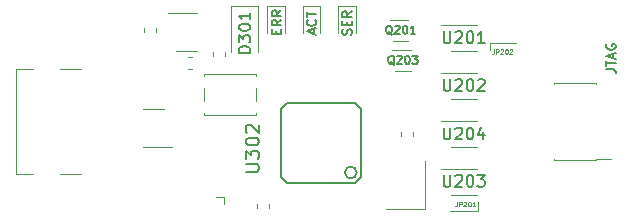
<source format=gbr>
%TF.GenerationSoftware,KiCad,Pcbnew,(6.0.7)*%
%TF.CreationDate,2022-09-06T17:23:02+02:00*%
%TF.ProjectId,bmp22,626d7032-322e-46b6-9963-61645f706362,rev?*%
%TF.SameCoordinates,Original*%
%TF.FileFunction,Legend,Top*%
%TF.FilePolarity,Positive*%
%FSLAX46Y46*%
G04 Gerber Fmt 4.6, Leading zero omitted, Abs format (unit mm)*
G04 Created by KiCad (PCBNEW (6.0.7)) date 2022-09-06 17:23:02*
%MOMM*%
%LPD*%
G01*
G04 APERTURE LIST*
%ADD10C,0.120000*%
%ADD11C,0.150000*%
%ADD12C,0.127000*%
%ADD13C,0.075000*%
%ADD14C,0.100000*%
%ADD15C,0.152400*%
G04 APERTURE END LIST*
D10*
X155400000Y-137600000D02*
X155400000Y-137600000D01*
X158800000Y-123400000D02*
X158800000Y-124000000D01*
X157800000Y-137600000D02*
X155400000Y-137600000D01*
X157800000Y-137600000D02*
X157800000Y-136800000D01*
X161000000Y-123400000D02*
X158800000Y-123400000D01*
D11*
X168662404Y-125583833D02*
X169233833Y-125583833D01*
X169348119Y-125621928D01*
X169424309Y-125698119D01*
X169462404Y-125812404D01*
X169462404Y-125888595D01*
X168662404Y-125317166D02*
X168662404Y-124860023D01*
X169462404Y-125088595D02*
X168662404Y-125088595D01*
X169233833Y-124631452D02*
X169233833Y-124250500D01*
X169462404Y-124707642D02*
X168662404Y-124440976D01*
X169462404Y-124174309D01*
X168700500Y-123488595D02*
X168662404Y-123564785D01*
X168662404Y-123679071D01*
X168700500Y-123793357D01*
X168776690Y-123869547D01*
X168852880Y-123907642D01*
X169005261Y-123945738D01*
X169119547Y-123945738D01*
X169271928Y-123907642D01*
X169348119Y-123869547D01*
X169424309Y-123793357D01*
X169462404Y-123679071D01*
X169462404Y-123602880D01*
X169424309Y-123488595D01*
X169386214Y-123450500D01*
X169119547Y-123450500D01*
X169119547Y-123602880D01*
D12*
%TO.C,U302*%
X138121571Y-134265307D02*
X139046857Y-134265307D01*
X139155714Y-134210878D01*
X139210142Y-134156450D01*
X139264571Y-134047592D01*
X139264571Y-133829878D01*
X139210142Y-133721021D01*
X139155714Y-133666592D01*
X139046857Y-133612164D01*
X138121571Y-133612164D01*
X138121571Y-133176735D02*
X138121571Y-132469164D01*
X138557000Y-132850164D01*
X138557000Y-132686878D01*
X138611428Y-132578021D01*
X138665857Y-132523592D01*
X138774714Y-132469164D01*
X139046857Y-132469164D01*
X139155714Y-132523592D01*
X139210142Y-132578021D01*
X139264571Y-132686878D01*
X139264571Y-133013450D01*
X139210142Y-133122307D01*
X139155714Y-133176735D01*
X138121571Y-131761592D02*
X138121571Y-131652735D01*
X138176000Y-131543878D01*
X138230428Y-131489450D01*
X138339285Y-131435021D01*
X138557000Y-131380592D01*
X138829142Y-131380592D01*
X139046857Y-131435021D01*
X139155714Y-131489450D01*
X139210142Y-131543878D01*
X139264571Y-131652735D01*
X139264571Y-131761592D01*
X139210142Y-131870450D01*
X139155714Y-131924878D01*
X139046857Y-131979307D01*
X138829142Y-132033735D01*
X138557000Y-132033735D01*
X138339285Y-131979307D01*
X138230428Y-131924878D01*
X138176000Y-131870450D01*
X138121571Y-131761592D01*
X138230428Y-130945164D02*
X138176000Y-130890735D01*
X138121571Y-130781878D01*
X138121571Y-130509735D01*
X138176000Y-130400878D01*
X138230428Y-130346450D01*
X138339285Y-130292021D01*
X138448142Y-130292021D01*
X138611428Y-130346450D01*
X139264571Y-130999592D01*
X139264571Y-130292021D01*
D11*
%TO.C,U204*%
X154876714Y-130527380D02*
X154876714Y-131336904D01*
X154924333Y-131432142D01*
X154971952Y-131479761D01*
X155067190Y-131527380D01*
X155257666Y-131527380D01*
X155352904Y-131479761D01*
X155400523Y-131432142D01*
X155448142Y-131336904D01*
X155448142Y-130527380D01*
X155876714Y-130622619D02*
X155924333Y-130575000D01*
X156019571Y-130527380D01*
X156257666Y-130527380D01*
X156352904Y-130575000D01*
X156400523Y-130622619D01*
X156448142Y-130717857D01*
X156448142Y-130813095D01*
X156400523Y-130955952D01*
X155829095Y-131527380D01*
X156448142Y-131527380D01*
X157067190Y-130527380D02*
X157162428Y-130527380D01*
X157257666Y-130575000D01*
X157305285Y-130622619D01*
X157352904Y-130717857D01*
X157400523Y-130908333D01*
X157400523Y-131146428D01*
X157352904Y-131336904D01*
X157305285Y-131432142D01*
X157257666Y-131479761D01*
X157162428Y-131527380D01*
X157067190Y-131527380D01*
X156971952Y-131479761D01*
X156924333Y-131432142D01*
X156876714Y-131336904D01*
X156829095Y-131146428D01*
X156829095Y-130908333D01*
X156876714Y-130717857D01*
X156924333Y-130622619D01*
X156971952Y-130575000D01*
X157067190Y-130527380D01*
X158257666Y-130860714D02*
X158257666Y-131527380D01*
X158019571Y-130479761D02*
X157781476Y-131194047D01*
X158400523Y-131194047D01*
%TO.C,U203*%
X154885714Y-134527380D02*
X154885714Y-135336904D01*
X154933333Y-135432142D01*
X154980952Y-135479761D01*
X155076190Y-135527380D01*
X155266666Y-135527380D01*
X155361904Y-135479761D01*
X155409523Y-135432142D01*
X155457142Y-135336904D01*
X155457142Y-134527380D01*
X155885714Y-134622619D02*
X155933333Y-134575000D01*
X156028571Y-134527380D01*
X156266666Y-134527380D01*
X156361904Y-134575000D01*
X156409523Y-134622619D01*
X156457142Y-134717857D01*
X156457142Y-134813095D01*
X156409523Y-134955952D01*
X155838095Y-135527380D01*
X156457142Y-135527380D01*
X157076190Y-134527380D02*
X157171428Y-134527380D01*
X157266666Y-134575000D01*
X157314285Y-134622619D01*
X157361904Y-134717857D01*
X157409523Y-134908333D01*
X157409523Y-135146428D01*
X157361904Y-135336904D01*
X157314285Y-135432142D01*
X157266666Y-135479761D01*
X157171428Y-135527380D01*
X157076190Y-135527380D01*
X156980952Y-135479761D01*
X156933333Y-135432142D01*
X156885714Y-135336904D01*
X156838095Y-135146428D01*
X156838095Y-134908333D01*
X156885714Y-134717857D01*
X156933333Y-134622619D01*
X156980952Y-134575000D01*
X157076190Y-134527380D01*
X157742857Y-134527380D02*
X158361904Y-134527380D01*
X158028571Y-134908333D01*
X158171428Y-134908333D01*
X158266666Y-134955952D01*
X158314285Y-135003571D01*
X158361904Y-135098809D01*
X158361904Y-135336904D01*
X158314285Y-135432142D01*
X158266666Y-135479761D01*
X158171428Y-135527380D01*
X157885714Y-135527380D01*
X157790476Y-135479761D01*
X157742857Y-135432142D01*
%TO.C,U202*%
X154885714Y-126427380D02*
X154885714Y-127236904D01*
X154933333Y-127332142D01*
X154980952Y-127379761D01*
X155076190Y-127427380D01*
X155266666Y-127427380D01*
X155361904Y-127379761D01*
X155409523Y-127332142D01*
X155457142Y-127236904D01*
X155457142Y-126427380D01*
X155885714Y-126522619D02*
X155933333Y-126475000D01*
X156028571Y-126427380D01*
X156266666Y-126427380D01*
X156361904Y-126475000D01*
X156409523Y-126522619D01*
X156457142Y-126617857D01*
X156457142Y-126713095D01*
X156409523Y-126855952D01*
X155838095Y-127427380D01*
X156457142Y-127427380D01*
X157076190Y-126427380D02*
X157171428Y-126427380D01*
X157266666Y-126475000D01*
X157314285Y-126522619D01*
X157361904Y-126617857D01*
X157409523Y-126808333D01*
X157409523Y-127046428D01*
X157361904Y-127236904D01*
X157314285Y-127332142D01*
X157266666Y-127379761D01*
X157171428Y-127427380D01*
X157076190Y-127427380D01*
X156980952Y-127379761D01*
X156933333Y-127332142D01*
X156885714Y-127236904D01*
X156838095Y-127046428D01*
X156838095Y-126808333D01*
X156885714Y-126617857D01*
X156933333Y-126522619D01*
X156980952Y-126475000D01*
X157076190Y-126427380D01*
X157790476Y-126522619D02*
X157838095Y-126475000D01*
X157933333Y-126427380D01*
X158171428Y-126427380D01*
X158266666Y-126475000D01*
X158314285Y-126522619D01*
X158361904Y-126617857D01*
X158361904Y-126713095D01*
X158314285Y-126855952D01*
X157742857Y-127427380D01*
X158361904Y-127427380D01*
%TO.C,U201*%
X154876714Y-122377380D02*
X154876714Y-123186904D01*
X154924333Y-123282142D01*
X154971952Y-123329761D01*
X155067190Y-123377380D01*
X155257666Y-123377380D01*
X155352904Y-123329761D01*
X155400523Y-123282142D01*
X155448142Y-123186904D01*
X155448142Y-122377380D01*
X155876714Y-122472619D02*
X155924333Y-122425000D01*
X156019571Y-122377380D01*
X156257666Y-122377380D01*
X156352904Y-122425000D01*
X156400523Y-122472619D01*
X156448142Y-122567857D01*
X156448142Y-122663095D01*
X156400523Y-122805952D01*
X155829095Y-123377380D01*
X156448142Y-123377380D01*
X157067190Y-122377380D02*
X157162428Y-122377380D01*
X157257666Y-122425000D01*
X157305285Y-122472619D01*
X157352904Y-122567857D01*
X157400523Y-122758333D01*
X157400523Y-122996428D01*
X157352904Y-123186904D01*
X157305285Y-123282142D01*
X157257666Y-123329761D01*
X157162428Y-123377380D01*
X157067190Y-123377380D01*
X156971952Y-123329761D01*
X156924333Y-123282142D01*
X156876714Y-123186904D01*
X156829095Y-122996428D01*
X156829095Y-122758333D01*
X156876714Y-122567857D01*
X156924333Y-122472619D01*
X156971952Y-122425000D01*
X157067190Y-122377380D01*
X158352904Y-123377380D02*
X157781476Y-123377380D01*
X158067190Y-123377380D02*
X158067190Y-122377380D01*
X157971952Y-122520238D01*
X157876714Y-122615476D01*
X157781476Y-122663095D01*
%TO.C,Q203*%
X150716666Y-125208333D02*
X150650000Y-125175000D01*
X150583333Y-125108333D01*
X150483333Y-125008333D01*
X150416666Y-124975000D01*
X150350000Y-124975000D01*
X150383333Y-125141666D02*
X150316666Y-125108333D01*
X150250000Y-125041666D01*
X150216666Y-124908333D01*
X150216666Y-124675000D01*
X150250000Y-124541666D01*
X150316666Y-124475000D01*
X150383333Y-124441666D01*
X150516666Y-124441666D01*
X150583333Y-124475000D01*
X150650000Y-124541666D01*
X150683333Y-124675000D01*
X150683333Y-124908333D01*
X150650000Y-125041666D01*
X150583333Y-125108333D01*
X150516666Y-125141666D01*
X150383333Y-125141666D01*
X150950000Y-124508333D02*
X150983333Y-124475000D01*
X151050000Y-124441666D01*
X151216666Y-124441666D01*
X151283333Y-124475000D01*
X151316666Y-124508333D01*
X151350000Y-124575000D01*
X151350000Y-124641666D01*
X151316666Y-124741666D01*
X150916666Y-125141666D01*
X151350000Y-125141666D01*
X151783333Y-124441666D02*
X151850000Y-124441666D01*
X151916666Y-124475000D01*
X151950000Y-124508333D01*
X151983333Y-124575000D01*
X152016666Y-124708333D01*
X152016666Y-124875000D01*
X151983333Y-125008333D01*
X151950000Y-125075000D01*
X151916666Y-125108333D01*
X151850000Y-125141666D01*
X151783333Y-125141666D01*
X151716666Y-125108333D01*
X151683333Y-125075000D01*
X151650000Y-125008333D01*
X151616666Y-124875000D01*
X151616666Y-124708333D01*
X151650000Y-124575000D01*
X151683333Y-124508333D01*
X151716666Y-124475000D01*
X151783333Y-124441666D01*
X152250000Y-124441666D02*
X152683333Y-124441666D01*
X152450000Y-124708333D01*
X152550000Y-124708333D01*
X152616666Y-124741666D01*
X152650000Y-124775000D01*
X152683333Y-124841666D01*
X152683333Y-125008333D01*
X152650000Y-125075000D01*
X152616666Y-125108333D01*
X152550000Y-125141666D01*
X152350000Y-125141666D01*
X152283333Y-125108333D01*
X152250000Y-125075000D01*
%TO.C,Q201*%
X150523666Y-122658333D02*
X150457000Y-122625000D01*
X150390333Y-122558333D01*
X150290333Y-122458333D01*
X150223666Y-122425000D01*
X150157000Y-122425000D01*
X150190333Y-122591666D02*
X150123666Y-122558333D01*
X150057000Y-122491666D01*
X150023666Y-122358333D01*
X150023666Y-122125000D01*
X150057000Y-121991666D01*
X150123666Y-121925000D01*
X150190333Y-121891666D01*
X150323666Y-121891666D01*
X150390333Y-121925000D01*
X150457000Y-121991666D01*
X150490333Y-122125000D01*
X150490333Y-122358333D01*
X150457000Y-122491666D01*
X150390333Y-122558333D01*
X150323666Y-122591666D01*
X150190333Y-122591666D01*
X150757000Y-121958333D02*
X150790333Y-121925000D01*
X150857000Y-121891666D01*
X151023666Y-121891666D01*
X151090333Y-121925000D01*
X151123666Y-121958333D01*
X151157000Y-122025000D01*
X151157000Y-122091666D01*
X151123666Y-122191666D01*
X150723666Y-122591666D01*
X151157000Y-122591666D01*
X151590333Y-121891666D02*
X151657000Y-121891666D01*
X151723666Y-121925000D01*
X151757000Y-121958333D01*
X151790333Y-122025000D01*
X151823666Y-122158333D01*
X151823666Y-122325000D01*
X151790333Y-122458333D01*
X151757000Y-122525000D01*
X151723666Y-122558333D01*
X151657000Y-122591666D01*
X151590333Y-122591666D01*
X151523666Y-122558333D01*
X151490333Y-122525000D01*
X151457000Y-122458333D01*
X151423666Y-122325000D01*
X151423666Y-122158333D01*
X151457000Y-122025000D01*
X151490333Y-121958333D01*
X151523666Y-121925000D01*
X151590333Y-121891666D01*
X152490333Y-122591666D02*
X152090333Y-122591666D01*
X152290333Y-122591666D02*
X152290333Y-121891666D01*
X152223666Y-121991666D01*
X152157000Y-122058333D01*
X152090333Y-122091666D01*
%TO.C,D301*%
X138527380Y-124215476D02*
X137527380Y-124215476D01*
X137527380Y-123977380D01*
X137575000Y-123834523D01*
X137670238Y-123739285D01*
X137765476Y-123691666D01*
X137955952Y-123644047D01*
X138098809Y-123644047D01*
X138289285Y-123691666D01*
X138384523Y-123739285D01*
X138479761Y-123834523D01*
X138527380Y-123977380D01*
X138527380Y-124215476D01*
X137527380Y-123310714D02*
X137527380Y-122691666D01*
X137908333Y-123025000D01*
X137908333Y-122882142D01*
X137955952Y-122786904D01*
X138003571Y-122739285D01*
X138098809Y-122691666D01*
X138336904Y-122691666D01*
X138432142Y-122739285D01*
X138479761Y-122786904D01*
X138527380Y-122882142D01*
X138527380Y-123167857D01*
X138479761Y-123263095D01*
X138432142Y-123310714D01*
X137527380Y-122072619D02*
X137527380Y-121977380D01*
X137575000Y-121882142D01*
X137622619Y-121834523D01*
X137717857Y-121786904D01*
X137908333Y-121739285D01*
X138146428Y-121739285D01*
X138336904Y-121786904D01*
X138432142Y-121834523D01*
X138479761Y-121882142D01*
X138527380Y-121977380D01*
X138527380Y-122072619D01*
X138479761Y-122167857D01*
X138432142Y-122215476D01*
X138336904Y-122263095D01*
X138146428Y-122310714D01*
X137908333Y-122310714D01*
X137717857Y-122263095D01*
X137622619Y-122215476D01*
X137575000Y-122167857D01*
X137527380Y-122072619D01*
X138527380Y-120786904D02*
X138527380Y-121358333D01*
X138527380Y-121072619D02*
X137527380Y-121072619D01*
X137670238Y-121167857D01*
X137765476Y-121263095D01*
X137813095Y-121358333D01*
%TO.C,D302*%
X147048809Y-122675119D02*
X147086904Y-122560833D01*
X147086904Y-122370357D01*
X147048809Y-122294166D01*
X147010714Y-122256071D01*
X146934523Y-122217976D01*
X146858333Y-122217976D01*
X146782142Y-122256071D01*
X146744047Y-122294166D01*
X146705952Y-122370357D01*
X146667857Y-122522738D01*
X146629761Y-122598928D01*
X146591666Y-122637023D01*
X146515476Y-122675119D01*
X146439285Y-122675119D01*
X146363095Y-122637023D01*
X146325000Y-122598928D01*
X146286904Y-122522738D01*
X146286904Y-122332261D01*
X146325000Y-122217976D01*
X146667857Y-121875119D02*
X146667857Y-121608452D01*
X147086904Y-121494166D02*
X147086904Y-121875119D01*
X146286904Y-121875119D01*
X146286904Y-121494166D01*
X147086904Y-120694166D02*
X146705952Y-120960833D01*
X147086904Y-121151309D02*
X146286904Y-121151309D01*
X146286904Y-120846547D01*
X146325000Y-120770357D01*
X146363095Y-120732261D01*
X146439285Y-120694166D01*
X146553571Y-120694166D01*
X146629761Y-120732261D01*
X146667857Y-120770357D01*
X146705952Y-120846547D01*
X146705952Y-121151309D01*
%TO.C,D303*%
X143883333Y-122575119D02*
X143883333Y-122194166D01*
X144111904Y-122651309D02*
X143311904Y-122384642D01*
X144111904Y-122117976D01*
X144035714Y-121394166D02*
X144073809Y-121432261D01*
X144111904Y-121546547D01*
X144111904Y-121622738D01*
X144073809Y-121737023D01*
X143997619Y-121813214D01*
X143921428Y-121851309D01*
X143769047Y-121889404D01*
X143654761Y-121889404D01*
X143502380Y-121851309D01*
X143426190Y-121813214D01*
X143350000Y-121737023D01*
X143311904Y-121622738D01*
X143311904Y-121546547D01*
X143350000Y-121432261D01*
X143388095Y-121394166D01*
X143311904Y-121165595D02*
X143311904Y-120708452D01*
X144111904Y-120937023D02*
X143311904Y-120937023D01*
D13*
%TO.C,JP201*%
X156010714Y-136805952D02*
X156010714Y-137091666D01*
X155991666Y-137148809D01*
X155953571Y-137186904D01*
X155896428Y-137205952D01*
X155858333Y-137205952D01*
X156201190Y-137205952D02*
X156201190Y-136805952D01*
X156353571Y-136805952D01*
X156391666Y-136825000D01*
X156410714Y-136844047D01*
X156429761Y-136882142D01*
X156429761Y-136939285D01*
X156410714Y-136977380D01*
X156391666Y-136996428D01*
X156353571Y-137015476D01*
X156201190Y-137015476D01*
X156582142Y-136844047D02*
X156601190Y-136825000D01*
X156639285Y-136805952D01*
X156734523Y-136805952D01*
X156772619Y-136825000D01*
X156791666Y-136844047D01*
X156810714Y-136882142D01*
X156810714Y-136920238D01*
X156791666Y-136977380D01*
X156563095Y-137205952D01*
X156810714Y-137205952D01*
X157058333Y-136805952D02*
X157096428Y-136805952D01*
X157134523Y-136825000D01*
X157153571Y-136844047D01*
X157172619Y-136882142D01*
X157191666Y-136958333D01*
X157191666Y-137053571D01*
X157172619Y-137129761D01*
X157153571Y-137167857D01*
X157134523Y-137186904D01*
X157096428Y-137205952D01*
X157058333Y-137205952D01*
X157020238Y-137186904D01*
X157001190Y-137167857D01*
X156982142Y-137129761D01*
X156963095Y-137053571D01*
X156963095Y-136958333D01*
X156982142Y-136882142D01*
X157001190Y-136844047D01*
X157020238Y-136825000D01*
X157058333Y-136805952D01*
X157572619Y-137205952D02*
X157344047Y-137205952D01*
X157458333Y-137205952D02*
X157458333Y-136805952D01*
X157420238Y-136863095D01*
X157382142Y-136901190D01*
X157344047Y-136920238D01*
D14*
%TO.C,JP202*%
X159135714Y-123880952D02*
X159135714Y-124166666D01*
X159116666Y-124223809D01*
X159078571Y-124261904D01*
X159021428Y-124280952D01*
X158983333Y-124280952D01*
X159326190Y-124280952D02*
X159326190Y-123880952D01*
X159478571Y-123880952D01*
X159516666Y-123900000D01*
X159535714Y-123919047D01*
X159554761Y-123957142D01*
X159554761Y-124014285D01*
X159535714Y-124052380D01*
X159516666Y-124071428D01*
X159478571Y-124090476D01*
X159326190Y-124090476D01*
X159707142Y-123919047D02*
X159726190Y-123900000D01*
X159764285Y-123880952D01*
X159859523Y-123880952D01*
X159897619Y-123900000D01*
X159916666Y-123919047D01*
X159935714Y-123957142D01*
X159935714Y-123995238D01*
X159916666Y-124052380D01*
X159688095Y-124280952D01*
X159935714Y-124280952D01*
X160183333Y-123880952D02*
X160221428Y-123880952D01*
X160259523Y-123900000D01*
X160278571Y-123919047D01*
X160297619Y-123957142D01*
X160316666Y-124033333D01*
X160316666Y-124128571D01*
X160297619Y-124204761D01*
X160278571Y-124242857D01*
X160259523Y-124261904D01*
X160221428Y-124280952D01*
X160183333Y-124280952D01*
X160145238Y-124261904D01*
X160126190Y-124242857D01*
X160107142Y-124204761D01*
X160088095Y-124128571D01*
X160088095Y-124033333D01*
X160107142Y-123957142D01*
X160126190Y-123919047D01*
X160145238Y-123900000D01*
X160183333Y-123880952D01*
X160469047Y-123919047D02*
X160488095Y-123900000D01*
X160526190Y-123880952D01*
X160621428Y-123880952D01*
X160659523Y-123900000D01*
X160678571Y-123919047D01*
X160697619Y-123957142D01*
X160697619Y-123995238D01*
X160678571Y-124052380D01*
X160450000Y-124280952D01*
X160697619Y-124280952D01*
D11*
%TO.C,D304*%
X140717857Y-122587023D02*
X140717857Y-122320357D01*
X141136904Y-122206071D02*
X141136904Y-122587023D01*
X140336904Y-122587023D01*
X140336904Y-122206071D01*
X141136904Y-121406071D02*
X140755952Y-121672738D01*
X141136904Y-121863214D02*
X140336904Y-121863214D01*
X140336904Y-121558452D01*
X140375000Y-121482261D01*
X140413095Y-121444166D01*
X140489285Y-121406071D01*
X140603571Y-121406071D01*
X140679761Y-121444166D01*
X140717857Y-121482261D01*
X140755952Y-121558452D01*
X140755952Y-121863214D01*
X141136904Y-120606071D02*
X140755952Y-120872738D01*
X141136904Y-121063214D02*
X140336904Y-121063214D01*
X140336904Y-120758452D01*
X140375000Y-120682261D01*
X140413095Y-120644166D01*
X140489285Y-120606071D01*
X140603571Y-120606071D01*
X140679761Y-120644166D01*
X140717857Y-120682261D01*
X140755952Y-120758452D01*
X140755952Y-121063214D01*
D15*
%TO.C,U302*%
X147526000Y-134326000D02*
G75*
G03*
X147526000Y-134326000I-500000J0D01*
G01*
X147399000Y-128453000D02*
X141653000Y-128453000D01*
X141153000Y-134699000D02*
X141653000Y-135199000D01*
X147399000Y-135199000D02*
X147899000Y-134699000D01*
X147899000Y-128953000D02*
X147399000Y-128453000D01*
X141653000Y-135199000D02*
X147399000Y-135199000D01*
X147899000Y-134699000D02*
X147899000Y-128953000D01*
X141653000Y-128453000D02*
X141153000Y-128953000D01*
X141153000Y-128953000D02*
X141153000Y-134699000D01*
D10*
%TO.C,U204*%
X157691000Y-132164000D02*
X155491000Y-132164000D01*
X157691000Y-129964000D02*
X154691000Y-129964000D01*
%TO.C,U203*%
X157691000Y-136228000D02*
X155491000Y-136228000D01*
X157691000Y-134028000D02*
X154691000Y-134028000D01*
%TO.C,U202*%
X157691000Y-128100000D02*
X155491000Y-128100000D01*
X157691000Y-125900000D02*
X154691000Y-125900000D01*
%TO.C,U201*%
X157691000Y-124036000D02*
X155491000Y-124036000D01*
X157691000Y-121836000D02*
X154691000Y-121836000D01*
%TO.C,Q203*%
X152097500Y-125741000D02*
X150797500Y-125741000D01*
X150547500Y-123941000D02*
X152097500Y-123941000D01*
%TO.C,Q201*%
X151907000Y-123201000D02*
X150607000Y-123201000D01*
X150357000Y-121401000D02*
X151907000Y-121401000D01*
%TO.C,D301*%
X136865000Y-120240000D02*
X136865000Y-124125000D01*
X139135000Y-124125000D02*
X139135000Y-120240000D01*
X139135000Y-120240000D02*
X136865000Y-120240000D01*
%TO.C,C102*%
X133563579Y-125579600D02*
X133238021Y-125579600D01*
X133563579Y-124559600D02*
X133238021Y-124559600D01*
%TO.C,C103*%
X135390000Y-124137221D02*
X135390000Y-124462779D01*
X136410000Y-124137221D02*
X136410000Y-124462779D01*
%TO.C,C307*%
X139090000Y-136997221D02*
X139090000Y-137322779D01*
X140110000Y-136997221D02*
X140110000Y-137322779D01*
%TO.C,C308*%
X151240000Y-130887221D02*
X151240000Y-131212779D01*
X152260000Y-130887221D02*
X152260000Y-131212779D01*
%TO.C,D302*%
X145965000Y-120215000D02*
X145965000Y-122500000D01*
X147435000Y-120215000D02*
X145965000Y-120215000D01*
X147435000Y-122500000D02*
X147435000Y-120215000D01*
%TO.C,D303*%
X144435000Y-122500000D02*
X144435000Y-120215000D01*
X142965000Y-120215000D02*
X142965000Y-122500000D01*
X144435000Y-120215000D02*
X142965000Y-120215000D01*
%TO.C,J201*%
X167765000Y-126830000D02*
X167765000Y-126765000D01*
X167765000Y-133235000D02*
X167765000Y-133170000D01*
X169090000Y-133170000D02*
X167765000Y-133170000D01*
X164235000Y-126830000D02*
X164235000Y-126765000D01*
X164235000Y-133235000D02*
X164235000Y-133170000D01*
X167765000Y-126765000D02*
X164235000Y-126765000D01*
X167765000Y-133235000D02*
X164235000Y-133235000D01*
%TO.C,U101*%
X132196000Y-124038000D02*
X133996000Y-124038000D01*
X133996000Y-120818000D02*
X131546000Y-120818000D01*
%TO.C,U301*%
X131202000Y-128946000D02*
X129402000Y-128946000D01*
X129402000Y-132166000D02*
X131852000Y-132166000D01*
%TO.C,Y301*%
X153288000Y-137382000D02*
X153288000Y-133382000D01*
X149988000Y-137382000D02*
X153288000Y-137382000D01*
%TO.C,SW301*%
X134625000Y-126025000D02*
X134625000Y-126145000D01*
X134625000Y-129305000D02*
X134625000Y-129425000D01*
X134625000Y-129425000D02*
X139025000Y-129425000D01*
X139025000Y-128295000D02*
X139025000Y-127155000D01*
X134625000Y-127155000D02*
X134625000Y-128295000D01*
X139025000Y-126025000D02*
X134625000Y-126025000D01*
X139025000Y-126145000D02*
X139025000Y-126025000D01*
X139025000Y-129425000D02*
X139025000Y-129305000D01*
%TO.C,D304*%
X141435000Y-120215000D02*
X139965000Y-120215000D01*
X139965000Y-120215000D02*
X139965000Y-122500000D01*
X141435000Y-122500000D02*
X141435000Y-120215000D01*
%TO.C,J301*%
X118660000Y-134470000D02*
X118660000Y-125530000D01*
X124170000Y-125530000D02*
X122370000Y-125530000D01*
X124170000Y-134470000D02*
X122370000Y-134470000D01*
X118660000Y-134470000D02*
X120120000Y-134470000D01*
X118660000Y-125530000D02*
X120120000Y-125530000D01*
%TO.C,J302*%
X135636000Y-136398000D02*
X136271000Y-136398000D01*
X136271000Y-136398000D02*
X136271000Y-137033000D01*
%TO.C,C101*%
X130558000Y-122138221D02*
X130558000Y-122463779D01*
X129538000Y-122138221D02*
X129538000Y-122463779D01*
%TD*%
M02*

</source>
